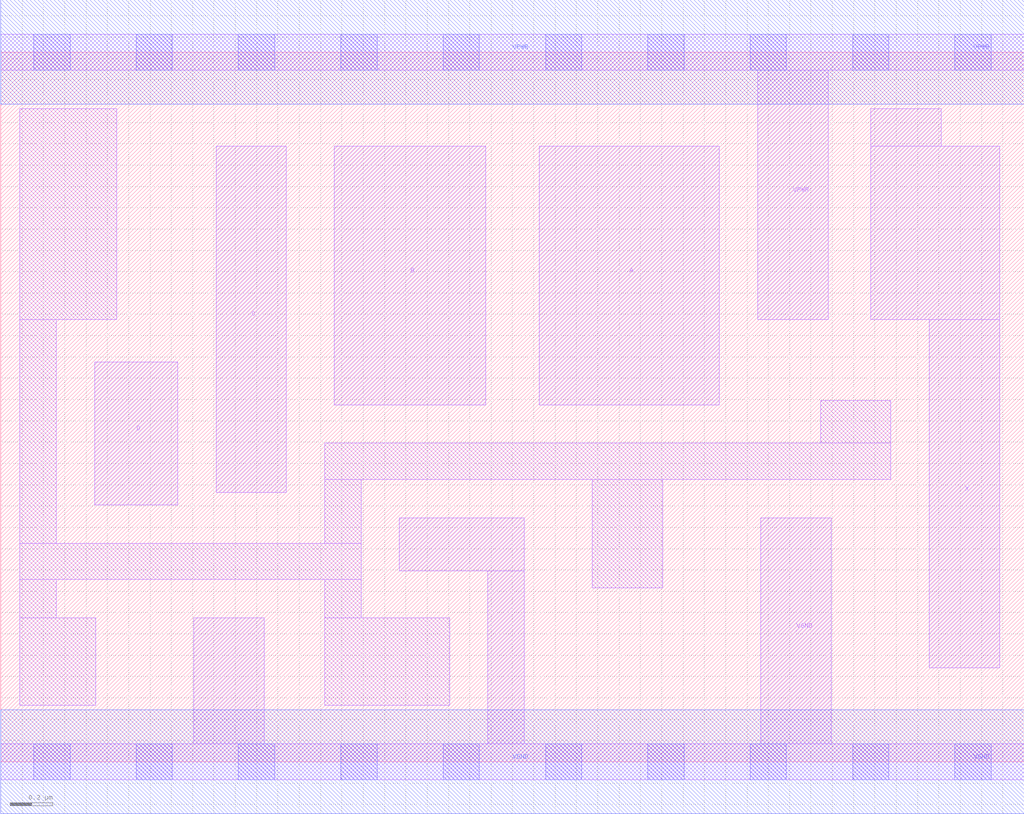
<source format=lef>
# Copyright 2020 The SkyWater PDK Authors
#
# Licensed under the Apache License, Version 2.0 (the "License");
# you may not use this file except in compliance with the License.
# You may obtain a copy of the License at
#
#     https://www.apache.org/licenses/LICENSE-2.0
#
# Unless required by applicable law or agreed to in writing, software
# distributed under the License is distributed on an "AS IS" BASIS,
# WITHOUT WARRANTIES OR CONDITIONS OF ANY KIND, either express or implied.
# See the License for the specific language governing permissions and
# limitations under the License.
#
# SPDX-License-Identifier: Apache-2.0

VERSION 5.7 ;
  NAMESCASESENSITIVE ON ;
  NOWIREEXTENSIONATPIN ON ;
  DIVIDERCHAR "/" ;
  BUSBITCHARS "[]" ;
UNITS
  DATABASE MICRONS 200 ;
END UNITS
MACRO sky130_fd_sc_lp__or4_lp
  CLASS CORE ;
  SOURCE USER ;
  FOREIGN sky130_fd_sc_lp__or4_lp ;
  ORIGIN  0.000000  0.000000 ;
  SIZE  4.800000 BY  3.330000 ;
  SYMMETRY X Y R90 ;
  SITE unit ;
  PIN A
    ANTENNAGATEAREA  0.376000 ;
    DIRECTION INPUT ;
    USE SIGNAL ;
    PORT
      LAYER li1 ;
        RECT 2.525000 1.675000 3.370000 2.890000 ;
    END
  END A
  PIN B
    ANTENNAGATEAREA  0.376000 ;
    DIRECTION INPUT ;
    USE SIGNAL ;
    PORT
      LAYER li1 ;
        RECT 1.565000 1.675000 2.275000 2.890000 ;
    END
  END B
  PIN C
    ANTENNAGATEAREA  0.376000 ;
    DIRECTION INPUT ;
    USE SIGNAL ;
    PORT
      LAYER li1 ;
        RECT 1.010000 1.265000 1.340000 2.890000 ;
    END
  END C
  PIN D
    ANTENNAGATEAREA  0.376000 ;
    DIRECTION INPUT ;
    USE SIGNAL ;
    PORT
      LAYER li1 ;
        RECT 0.440000 1.205000 0.830000 1.875000 ;
    END
  END D
  PIN X
    ANTENNADIFFAREA  0.404700 ;
    DIRECTION OUTPUT ;
    USE SIGNAL ;
    PORT
      LAYER li1 ;
        RECT 4.080000 2.075000 4.685000 2.890000 ;
        RECT 4.080000 2.890000 4.410000 3.065000 ;
        RECT 4.355000 0.440000 4.685000 2.075000 ;
    END
  END X
  PIN VGND
    DIRECTION INOUT ;
    USE GROUND ;
    PORT
      LAYER li1 ;
        RECT 0.000000 -0.085000 4.800000 0.085000 ;
        RECT 0.905000  0.085000 1.235000 0.675000 ;
        RECT 1.870000  0.895000 2.455000 1.145000 ;
        RECT 2.285000  0.085000 2.455000 0.895000 ;
        RECT 3.565000  0.085000 3.895000 1.145000 ;
      LAYER mcon ;
        RECT 0.155000 -0.085000 0.325000 0.085000 ;
        RECT 0.635000 -0.085000 0.805000 0.085000 ;
        RECT 1.115000 -0.085000 1.285000 0.085000 ;
        RECT 1.595000 -0.085000 1.765000 0.085000 ;
        RECT 2.075000 -0.085000 2.245000 0.085000 ;
        RECT 2.555000 -0.085000 2.725000 0.085000 ;
        RECT 3.035000 -0.085000 3.205000 0.085000 ;
        RECT 3.515000 -0.085000 3.685000 0.085000 ;
        RECT 3.995000 -0.085000 4.165000 0.085000 ;
        RECT 4.475000 -0.085000 4.645000 0.085000 ;
      LAYER met1 ;
        RECT 0.000000 -0.245000 4.800000 0.245000 ;
    END
  END VGND
  PIN VPWR
    DIRECTION INOUT ;
    USE POWER ;
    PORT
      LAYER li1 ;
        RECT 0.000000 3.245000 4.800000 3.415000 ;
        RECT 3.550000 2.075000 3.880000 3.245000 ;
      LAYER mcon ;
        RECT 0.155000 3.245000 0.325000 3.415000 ;
        RECT 0.635000 3.245000 0.805000 3.415000 ;
        RECT 1.115000 3.245000 1.285000 3.415000 ;
        RECT 1.595000 3.245000 1.765000 3.415000 ;
        RECT 2.075000 3.245000 2.245000 3.415000 ;
        RECT 2.555000 3.245000 2.725000 3.415000 ;
        RECT 3.035000 3.245000 3.205000 3.415000 ;
        RECT 3.515000 3.245000 3.685000 3.415000 ;
        RECT 3.995000 3.245000 4.165000 3.415000 ;
        RECT 4.475000 3.245000 4.645000 3.415000 ;
      LAYER met1 ;
        RECT 0.000000 3.085000 4.800000 3.575000 ;
    END
  END VPWR
  OBS
    LAYER li1 ;
      RECT 0.090000 0.265000 0.445000 0.675000 ;
      RECT 0.090000 0.675000 0.260000 0.855000 ;
      RECT 0.090000 0.855000 1.690000 1.025000 ;
      RECT 0.090000 1.025000 0.260000 2.075000 ;
      RECT 0.090000 2.075000 0.545000 3.065000 ;
      RECT 1.520000 0.265000 2.105000 0.675000 ;
      RECT 1.520000 0.675000 1.690000 0.855000 ;
      RECT 1.520000 1.025000 1.690000 1.325000 ;
      RECT 1.520000 1.325000 4.175000 1.495000 ;
      RECT 2.775000 0.815000 3.105000 1.325000 ;
      RECT 3.845000 1.495000 4.175000 1.695000 ;
  END
END sky130_fd_sc_lp__or4_lp

</source>
